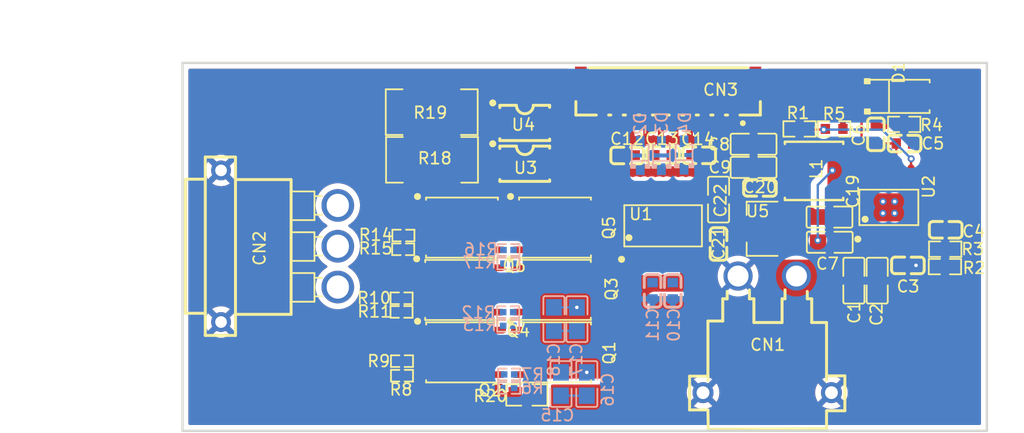
<source format=kicad_pcb>
(kicad_pcb (version 20240108) (generator "pcbnew") (generator_version "8.0")
  (layers (0 "F.Cu" signal) (31 "B.Cu" signal) (34 "B.Paste" user) (35 "F.Paste" user) (36 "B.SilkS" user "B.Silkscreen") (37 "F.SilkS" user "F.Silkscreen") (38 "B.Mask" user) (39 "F.Mask" user) (44 "Edge.Cuts" user))
  (net 0 "")
  (net 1 "GND")
  (net 2 "+12V")
  (net 3 "Net-(U2-SS)")
  (net 4 "Net-(U2-COMP)")
  (net 5 "Net-(C5-Pad1)")
  (net 6 "Net-(D1-K)")
  (net 7 "Net-(U2-BOOT)")
  (net 8 "+5V")
  (net 9 "Net-(U1-VCC)")
  (net 10 "Net-(D2-K)")
  (net 11 "Net-(D3-K)")
  (net 12 "M0_OUT3")
  (net 13 "Net-(D4-K)")
  (net 14 "PGND")
  (net 15 "M0_OUT2_N")
  (net 16 "M0_OUT1_N")
  (net 17 "M0_OUT1_P")
  (net 18 "Net-(Q1-G)")
  (net 19 "M0_OUT2_P")
  (net 20 "Net-(Q2-G)")
  (net 21 "Net-(Q3-G)")
  (net 22 "M0_GH1")
  (net 23 "Net-(Q4-G)")
  (net 24 "Net-(Q5-G)")
  (net 25 "M0_GL1")
  (net 26 "Net-(Q6-G)")
  (net 27 "Net-(U2-VSENSE)")
  (net 28 "Net-(U2-EN)")
  (net 29 "M0_GL2")
  (net 30 "M0_GH2")
  (net 31 "M0_GL3")
  (net 32 "M0_GH3")
  (net 33 "M0_IN2")
  (net 34 "M0_IN1")
  (net 35 "M0_IN3")
  (net 36 "M0_OUT1_CS")
  (net 37 "M0_OUT2_CS")
  (net 38 "+3.3V")
  (footprint "BLDC_Drive_Tsfoc:R0402" (layer "F.Cu") (at 40.387 44.6025 180)
    (property "Reference" "R8" (at -0.993 -1.19 0) (layer "F.SilkS") (effects (justify right)))
    (property "Value" "2.2")
    (pad "1" smd rect (at -0.433 0 180) (size 0.566 0.54) (layers "F.Cu" "F.Paste" "F.Mask") (net 25 "M0_GL1"))
    (pad "2" smd rect (at 0.433 0 180) (size 0.566 0.54) (layers "F.Cu" "F.Paste" "F.Mask") (net 20 "Net-(Q2-G)"))
  )
  (footprint "BLDC_Drive_Tsfoc:RU3089M-C" (layer "F.Cu") (at 53.494 42.6025 -90)
    (property "Reference" "Q1" (at -1.05 -4.646 90) (layer "F.SilkS") (effects (justify right)))
    (property "Value" "RU3089M-C")
    (pad "1" smd oval (at -1.905 2.97 270) (size 0.574 1.6) (layers "F.Cu" "F.Paste" "F.Mask") (net 17 "M0_OUT1_P"))
    (pad "2" smd oval (at -0.635 2.97 270) (size 0.574 1.6) (layers "F.Cu" "F.Paste" "F.Mask") (net 17 "M0_OUT1_P"))
    (pad "3" smd oval (at 0.635 2.97 270) (size 0.574 1.6) (layers "F.Cu" "F.Paste" "F.Mask") (net 17 "M0_OUT1_P"))
    (pad "4" smd oval (at 1.905 2.97 270) (size 0.574 1.6) (layers "F.Cu" "F.Paste" "F.Mask") (net 18 "Net-(Q1-G)"))
    (pad "5" smd oval (at 1.905 -2.97 270) (size 0.574 1.6) (layers "F.Cu" "F.Paste" "F.Mask") (net 2 "+12V"))
    (pad "6" smd oval (at 0.635 -2.97 270) (size 0.574 1.6) (layers "F.Cu" "F.Paste" "F.Mask") (net 2 "+12V"))
    (pad "7" smd oval (at -0.635 -2.97 270) (size 0.574 1.6) (layers "F.Cu" "F.Paste" "F.Mask") (net 2 "+12V"))
    (pad "8" smd oval (at -1.905 -2.97 270) (size 0.574 1.6) (layers "F.Cu" "F.Paste" "F.Mask") (net 2 "+12V"))
    (pad "9" smd rect (at 0 -0.788 270) (size 4.2 3.58) (layers "F.Cu" "F.Paste" "F.Mask") (net 2 "+12V"))
  )
  (footprint "BLDC_Drive_Tsfoc:R2512" (layer "F.Cu") (at 42.958 26.09)
    (property "Reference" "R18" (at -1.314 -0.13 0) (layer "F.SilkS") (effects (justify left)))
    (property "Value" "10mr")
    (pad "1" smd rect (at -3.066 0) (size 1.283 3.456) (layers "F.Cu" "F.Paste" "F.Mask") (net 17 "M0_OUT1_P"))
    (pad "2" smd rect (at 3.066 0) (size 1.283 3.456) (layers "F.Cu" "F.Paste" "F.Mask") (net 16 "M0_OUT1_N"))
  )
  (footprint "BLDC_Drive_Tsfoc:C0805" (layer "F.Cu") (at 77.024 33.16)
    (property "Reference" "C7" (at -1.274 1.84 0) (layer "F.SilkS") (effects (justify left)))
    (property "Value" "100nf")
    (pad "1" smd rect (at -1 0) (size 1.41 1.35) (layers "F.Cu" "F.Paste" "F.Mask") (net 6 "Net-(D1-K)"))
    (pad "2" smd rect (at 1 0) (size 1.41 1.35) (layers "F.Cu" "F.Paste" "F.Mask") (net 7 "Net-(U2-BOOT)"))
  )
  (footprint "BLDC_Drive_Tsfoc:C0603" (layer "F.Cu") (at 80.974 23.91 -90)
    (property "Reference" "C6" (at -1.02 1.47 90) (layer "F.SilkS") (effects (justify right)))
    (property "Value" "10pf")
    (pad "1" smd rect (at -0.7 0 270) (size 0.8 0.9) (layers "F.Cu" "F.Paste" "F.Mask") (net 1 "GND"))
    (pad "2" smd rect (at 0.7 0 270) (size 0.8 0.9) (layers "F.Cu" "F.Paste" "F.Mask") (net 4 "Net-(U2-COMP)"))
  )
  (footprint "BLDC_Drive_Tsfoc:R0603" (layer "F.Cu") (at 86.913 33.75 180)
    (property "Reference" "R3" (at -3.433 0 0) (layer "F.SilkS") (effects (justify right)))
    (property "Value" "68k")
    (pad "1" smd rect (at -0.753 0 180) (size 0.806 0.864) (layers "F.Cu" "F.Paste" "F.Mask") (net 1 "GND"))
    (pad "2" smd rect (at 0.753 0 180) (size 0.806 0.864) (layers "F.Cu" "F.Paste" "F.Mask") (net 28 "Net-(U2-EN)"))
  )
  (footprint "BLDC_Drive_Tsfoc:R0603" (layer "F.Cu") (at 77.4 23.44 180)
    (property "Reference" "R5" (at -1.067 1.29 0) (layer "F.SilkS") (effects (justify right)))
    (property "Value" "1.87k")
    (pad "1" smd rect (at -0.753 0 180) (size 0.806 0.864) (layers "F.Cu" "F.Paste" "F.Mask") (net 1 "GND"))
    (pad "2" smd rect (at 0.753 0 180) (size 0.806 0.864) (layers "F.Cu" "F.Paste" "F.Mask") (net 27 "Net-(U2-VSENSE)"))
  )
  (footprint "BLDC_Drive_Tsfoc:RU3089M-C" (layer "F.Cu") (at 45.452 37.25 -90)
    (property "Reference" "Q4" (at 3.5025 -3.8 0) (layer "F.SilkS") (effects (justify left)))
    (property "Value" "RU3089M-C")
    (pad "1" smd oval (at -1.905 2.97 270) (size 0.574 1.6) (layers "F.Cu" "F.Paste" "F.Mask") (net 14 "PGND"))
    (pad "2" smd oval (at -0.635 2.97 270) (size 0.574 1.6) (layers "F.Cu" "F.Paste" "F.Mask") (net 14 "PGND"))
    (pad "3" smd oval (at 0.635 2.97 270) (size 0.574 1.6) (layers "F.Cu" "F.Paste" "F.Mask") (net 14 "PGND"))
    (pad "4" smd oval (at 1.905 2.97 270) (size 0.574 1.6) (layers "F.Cu" "F.Paste" "F.Mask") (net 23 "Net-(Q4-G)"))
    (pad "5" smd oval (at 1.905 -2.97 270) (size 0.574 1.6) (layers "F.Cu" "F.Paste" "F.Mask") (net 19 "M0_OUT2_P"))
    (pad "6" smd oval (at 0.635 -2.97 270) (size 0.574 1.6) (layers "F.Cu" "F.Paste" "F.Mask") (net 19 "M0_OUT2_P"))
    (pad "7" smd oval (at -0.635 -2.97 270) (size 0.574 1.6) (layers "F.Cu" "F.Paste" "F.Mask") (net 19 "M0_OUT2_P"))
    (pad "8" smd oval (at -1.905 -2.97 270) (size 0.574 1.6) (layers "F.Cu" "F.Paste" "F.Mask") (net 19 "M0_OUT2_P"))
    (pad "9" smd rect (at 0 -0.788 270) (size 4.2 3.58) (layers "F.Cu" "F.Paste" "F.Mask") (net 19 "M0_OUT2_P"))
  )
  (footprint "BLDC_Drive_Tsfoc:C0603" (layer "F.Cu") (at 83.424 24.69 180)
    (property "Reference" "C5" (at -3.51 0 0) (layer "F.SilkS") (effects (justify right)))
    (property "Value" "1.2nf")
    (pad "1" smd rect (at -0.7 0 180) (size 0.8 0.9) (layers "F.Cu" "F.Paste" "F.Mask") (net 5 "Net-(C5-Pad1)"))
    (pad "2" smd rect (at 0.7 0 180) (size 0.8 0.9) (layers "F.Cu" "F.Paste" "F.Mask") (net 4 "Net-(U2-COMP)"))
  )
  (footprint "BLDC_Drive_Tsfoc:C0603" (layer "F.Cu") (at 71.05 28.5)
    (property "Reference" "C20" (at -1.55 -0.071 0) (layer "F.SilkS") (effects (justify left)))
    (property "Value" "100nf")
    (pad "1" smd rect (at -0.7 0) (size 0.8 0.9) (layers "F.Cu" "F.Paste" "F.Mask") (net 1 "GND"))
    (pad "2" smd rect (at 0.7 0) (size 0.8 0.9) (layers "F.Cu" "F.Paste" "F.Mask") (net 8 "+5V"))
  )
  (footprint "BLDC_Drive_Tsfoc:R0402" (layer "F.Cu") (at 40.353 37.9625 180)
    (property "Reference" "R10" (at 0.813 0.02 0) (layer "F.SilkS") (effects (justify right)))
    (property "Value" "10k")
    (pad "1" smd rect (at -0.433 0 180) (size 0.566 0.54) (layers "F.Cu" "F.Paste" "F.Mask") (net 23 "Net-(Q4-G)"))
    (pad "2" smd rect (at 0.433 0 180) (size 0.566 0.54) (layers "F.Cu" "F.Paste" "F.Mask") (net 14 "PGND"))
  )
  (footprint "BLDC_Drive_Tsfoc:EG2134" (layer "F.Cu") (at 62.75 31.75)
    (property "Reference" "U1" (at -3 -1 0) (layer "F.SilkS") (effects (justify left)))
    (property "Value" "EG2134_N")
    (pad "1" smd oval (at -2.925 2.871) (size 0.364 1.742) (layers "F.Cu" "F.Paste" "F.Mask") (net 34 "M0_IN1"))
    (pad "2" smd oval (at -2.275 2.871) (size 0.364 1.742) (layers "F.Cu" "F.Paste" "F.Mask") (net 33 "M0_IN2"))
    (pad "3" smd oval (at -1.625 2.871) (size 0.364 1.742) (layers "F.Cu" "F.Paste" "F.Mask") (net 35 "M0_IN3"))
    (pad "4" smd oval (at -0.975 2.871) (size 0.364 1.742) (layers "F.Cu" "F.Paste" "F.Mask") (net 34 "M0_IN1"))
    (pad "5" smd oval (at -0.325 2.871) (size 0.364 1.742) (layers "F.Cu" "F.Paste" "F.Mask") (net 33 "M0_IN2"))
    (pad "6" smd oval (at 0.325 2.871) (size 0.364 1.742) (layers "F.Cu" "F.Paste" "F.Mask") (net 35 "M0_IN3"))
    (pad "7" smd oval (at 0.975 2.871) (size 0.364 1.742) (layers "F.Cu" "F.Paste" "F.Mask") (net 9 "Net-(U1-VCC)"))
    (pad "8" smd oval (at 1.625 2.871) (size 0.364 1.742) (layers "F.Cu" "F.Paste" "F.Mask") (net 1 "GND"))
    (pad "9" smd oval (at 2.275 2.871) (size 0.364 1.742) (layers "F.Cu" "F.Paste" "F.Mask") (net 31 "M0_GL3"))
    (pad "10" smd oval (at 2.925 2.871) (size 0.364 1.742) (layers "F.Cu" "F.Paste" "F.Mask") (net 29 "M0_GL2"))
    (pad "11" smd oval (at 2.925 -2.871) (size 0.364 1.742) (layers "F.Cu" "F.Paste" "F.Mask") (net 25 "M0_GL1"))
    (pad "12" smd oval (at 2.275 -2.871) (size 0.364 1.742) (layers "F.Cu" "F.Paste" "F.Mask") (net 12 "M0_OUT3"))
    (pad "13" smd oval (at 1.625 -2.871) (size 0.364 1.742) (layers "F.Cu" "F.Paste" "F.Mask") (net 32 "M0_GH3"))
    (pad "14" smd oval (at 0.975 -2.871) (size 0.364 1.742) (layers "F.Cu" "F.Paste" "F.Mask") (net 13 "Net-(D4-K)"))
    (pad "15" smd oval (at 0.325 -2.871) (size 0.364 1.742) (layers "F.Cu" "F.Paste" "F.Mask") (net 19 "M0_OUT2_P"))
    (pad "16" smd oval (at -0.325 -2.871) (size 0.364 1.742) (layers "F.Cu" "F.Paste" "F.Mask") (net 30 "M0_GH2"))
    (pad "17" smd oval (at -0.975 -2.871) (size 0.364 1.742) (layers "F.Cu" "F.Paste" "F.Mask") (net 11 "Net-(D3-K)"))
    (pad "18" smd oval (at -1.625 -2.871) (size 0.364 1.742) (layers "F.Cu" "F.Paste" "F.Mask") (net 17 "M0_OUT1_P"))
    (pad "19" smd oval (at -2.275 -2.871) (size 0.364 1.742) (layers "F.Cu" "F.Paste" "F.Mask") (net 22 "M0_GH1"))
    (pad "20" smd oval (at -2.925 -2.871) (size 0.364 1.742) (layers "F.Cu" "F.Paste" "F.Mask") (net 10 "Net-(D2-K)"))
  )
  (footprint "BLDC_Drive_Tsfoc:R0402" (layer "F.Cu") (at 40.347 39.1325)
    (property "Reference" "R11" (at -3.877 -0.03 0) (layer "F.SilkS") (effects (justify left)))
    (property "Value" "2.2")
    (pad "1" smd rect (at -0.433 0) (size 0.566 0.54) (layers "F.Cu" "F.Paste" "F.Mask") (net 29 "M0_GL2"))
    (pad "2" smd rect (at 0.433 0) (size 0.566 0.54) (layers "F.Cu" "F.Paste" "F.Mask") (net 23 "Net-(Q4-G)"))
  )
  (footprint "BLDC_Drive_Tsfoc:R0402" (layer "F.Cu") (at 40.49 33.7625)
    (property "Reference" "R15" (at -3.917 -0.07 0) (layer "F.SilkS") (effects (justify left)))
    (property "Value" "2.2")
    (pad "1" smd rect (at -0.433 0) (size 0.566 0.54) (layers "F.Cu" "F.Paste" "F.Mask") (net 31 "M0_GL3"))
    (pad "2" smd rect (at 0.433 0) (size 0.566 0.54) (layers "F.Cu" "F.Paste" "F.Mask") (net 26 "Net-(Q6-G)"))
  )
  (footprint "BLDC_Drive_Tsfoc:SWPA5040S6R8MT" (layer "F.Cu") (at 75.68 27.04 180)
    (property "Reference" "L1" (at -0.2 1.15 90) (layer "F.SilkS") (effects (justify right)))
    (property "Value" "SWPA5040S6R8M")
    (pad "1" smd rect (at -1.85 0 180) (size 1.4 4.2) (layers "F.Cu" "F.Paste" "F.Mask") (net 6 "Net-(D1-K)"))
    (pad "2" smd rect (at 1.85 0 180) (size 1.4 4.2) (layers "F.Cu" "F.Paste" "F.Mask") (net 8 "+5V"))
  )
  (footprint "BLDC_Drive_Tsfoc:C0805" (layer "F.Cu") (at 70.5 26.74)
    (property "Reference" "C9" (at -3.96 -0.01 0) (layer "F.SilkS") (effects (justify left)))
    (property "Value" "10uf")
    (pad "1" smd rect (at -1 0) (size 1.41 1.35) (layers "F.Cu" "F.Paste" "F.Mask") (net 1 "GND"))
    (pad "2" smd rect (at 1 0) (size 1.41 1.35) (layers "F.Cu" "F.Paste" "F.Mask") (net 8 "+5V"))
  )
  (footprint "BLDC_Drive_Tsfoc:C0603" (layer "F.Cu") (at 59.665 25.719 180)
    (property "Reference" "C12" (at -1.55 1.43 0) (layer "F.SilkS") (effects (justify right)))
    (property "Value" "100nf")
    (pad "1" smd rect (at -0.7 0 180) (size 0.8 0.9) (layers "F.Cu" "F.Paste" "F.Mask") (net 17 "M0_OUT1_P"))
    (pad "2" smd rect (at 0.7 0 180) (size 0.8 0.9) (layers "F.Cu" "F.Paste" "F.Mask") (net 10 "Net-(D2-K)"))
  )
  (footprint "BLDC_Drive_Tsfoc:C0603" (layer "F.Cu") (at 65.835 25.699 180)
    (property "Reference" "C14" (at -1.45 1.39 0) (layer "F.SilkS") (effects (justify right)))
    (property "Value" "100nf")
    (pad "1" smd rect (at -0.7 0 180) (size 0.8 0.9) (layers "F.Cu" "F.Paste" "F.Mask") (net 12 "M0_OUT3"))
    (pad "2" smd rect (at 0.7 0 180) (size 0.8 0.9) (layers "F.Cu" "F.Paste" "F.Mask") (net 13 "Net-(D4-K)"))
  )
  (footprint "BLDC_Drive_Tsfoc:R0402" (layer "F.Cu") (at 40.506 32.5825 180)
    (property "Reference" "R14" (at 0.813 0.06 0) (layer "F.SilkS") (effects (justify right)))
    (property "Value" "10k")
    (pad "1" smd rect (at -0.433 0 180) (size 0.566 0.54) (layers "F.Cu" "F.Paste" "F.Mask") (net 26 "Net-(Q6-G)"))
    (pad "2" smd rect (at 0.433 0 180) (size 0.566 0.54) (layers "F.Cu" "F.Paste" "F.Mask") (net 14 "PGND"))
  )
  (footprint "BLDC_Drive_Tsfoc:RU3089M-C" (layer "F.Cu") (at 53.482 37.2425 -90)
    (property "Reference" "Q3" (at -1.1675 -4.85 90) (layer "F.SilkS") (effects (justify right)))
    (property "Value" "RU3089M-C")
    (pad "1" smd oval (at -1.905 2.97 270) (size 0.574 1.6) (layers "F.Cu" "F.Paste" "F.Mask") (net 19 "M0_OUT2_P"))
    (pad "2" smd oval (at -0.635 2.97 270) (size 0.574 1.6) (layers "F.Cu" "F.Paste" "F.Mask") (net 19 "M0_OUT2_P"))
    (pad "3" smd oval (at 0.635 2.97 270) (size 0.574 1.6) (layers "F.Cu" "F.Paste" "F.Mask") (net 19 "M0_OUT2_P"))
    (pad "4" smd oval (at 1.905 2.97 270) (size 0.574 1.6) (layers "F.Cu" "F.Paste" "F.Mask") (net 21 "Net-(Q3-G)"))
    (pad "5" smd oval (at 1.905 -2.97 270) (size 0.574 1.6) (layers "F.Cu" "F.Paste" "F.Mask") (net 2 "+12V"))
    (pad "6" smd oval (at 0.635 -2.97 270) (size 0.574 1.6) (layers "F.Cu" "F.Paste" "F.Mask") (net 2 "+12V"))
    (pad "7" smd oval (at -0.635 -2.97 270) (size 0.574 1.6) (layers "F.Cu" "F.Paste" "F.Mask") (net 2 "+12V"))
    (pad "8" smd oval (at -1.905 -2.97 270) (size 0.574 1.6) (layers "F.Cu" "F.Paste" "F.Mask") (net 2 "+12V"))
    (pad "9" smd rect (at 0 -0.788 270) (size 4.2 3.58) (layers "F.Cu" "F.Paste" "F.Mask") (net 2 "+12V"))
  )
  (footprint "BLDC_Drive_Tsfoc:MR30PW-M30.G.Y" (layer "F.Cu") (at 29.8885 33.5 -90)
    (property "Reference" "CN2" (at -1.427 1.701003 90) (layer "F.SilkS") (effects (justify right)))
    (property "Value" "MR30PW-M30.G.Y")
    (pad "1" thru_hole circle (at -3.5 -5 90) (size 2.8 2.8) (drill oval 1.995 1.9) (layers "*.Cu" "*.Mask") (net 12 "M0_OUT3"))
    (pad "2" thru_hole circle (at 0 -5 90) (size 2.8 2.8) (drill oval 1.995 1.9) (layers "*.Cu" "*.Mask") (net 15 "M0_OUT2_N"))
    (pad "3" thru_hole circle (at 3.5 -5 90) (size 2.8 2.8) (drill oval 1.995 1.9) (layers "*.Cu" "*.Mask") (net 16 "M0_OUT1_N"))
    (pad "4" thru_hole circle (at 6.5 5 90) (size 1.7 1.7) (drill 1) (layers "*.Cu" "*.Mask") (net 1 "GND"))
    (pad "5" thru_hole circle (at -6.5 5 90) (size 1.7 1.7) (drill 1) (layers "*.Cu" "*.Mask") (net 1 "GND"))
  )
  (footprint "BLDC_Drive_Tsfoc:INA240A2PW" (layer "F.Cu") (at 50.874 26.45 180)
    (property "Reference" "U3" (at -1.2 -0.33 0) (layer "F.SilkS") (effects (justify right)))
    (property "Value" "INA240A2PW")
    (pad "1" smd oval (at 2.9 0.975 90) (size 0.4 1.5) (layers "F.Cu" "F.Paste" "F.Mask"))
    (pad "2" smd oval (at 2.9 0.325 90) (size 0.4 1.5) (layers "F.Cu" "F.Paste" "F.Mask") (net 16 "M0_OUT1_N"))
    (pad "3" smd oval (at 2.9 -0.325 90) (size 0.4 1.5) (layers "F.Cu" "F.Paste" "F.Mask") (net 17 "M0_OUT1_P"))
    (pad "4" smd oval (at 2.9 -0.975 90) (size 0.4 1.5) (layers "F.Cu" "F.Paste" "F.Mask") (net 1 "GND"))
    (pad "5" smd oval (at -2.9 -0.975 90) (size 0.4 1.5) (layers "F.Cu" "F.Paste" "F.Mask") (net 38 "+3.3V"))
    (pad "6" smd oval (at -2.9 -0.325 90) (size 0.4 1.5) (layers "F.Cu" "F.Paste" "F.Mask") (net 38 "+3.3V"))
    (pad "7" smd oval (at -2.9 0.325 90) (size 0.4 1.5) (layers "F.Cu" "F.Paste" "F.Mask") (net 1 "GND"))
    (pad "8" smd oval (at -2.9 0.975 90) (size 0.4 1.5) (layers "F.Cu" "F.Paste" "F.Mask") (net 36 "M0_OUT1_CS"))
  )
  (footprint "BLDC_Drive_Tsfoc:C0603" (layer "F.Cu") (at 62.745 25.699 180)
    (property "Reference" "C13" (at -1.46 1.41 0) (layer "F.SilkS") (effects (justify right)))
    (property "Value" "100nf")
    (pad "1" smd rect (at -0.7 0 180) (size 0.8 0.9) (layers "F.Cu" "F.Paste" "F.Mask") (net 19 "M0_OUT2_P"))
    (pad "2" smd rect (at 0.7 0 180) (size 0.8 0.9) (layers "F.Cu" "F.Paste" "F.Mask") (net 11 "Net-(D3-K)"))
  )
  (footprint "BLDC_Drive_Tsfoc:R0603" (layer "F.Cu") (at 74.437 23.44 180)
    (property "Reference" "R1" (at -0.937 1.36 0) (layer "F.SilkS") (effects (justify right)))
    (property "Value" "10k")
    (pad "1" smd rect (at -0.753 0 180) (size 0.806 0.864) (layers "F.Cu" "F.Paste" "F.Mask") (net 27 "Net-(U2-VSENSE)"))
    (pad "2" smd rect (at 0.753 0 180) (size 0.806 0.864) (layers "F.Cu" "F.Paste" "F.Mask") (net 8 "+5V"))
  )
  (footprint "BLDC_Drive_Tsfoc:C0603" (layer "F.Cu") (at 86.946 32.09 180)
    (property "Reference" "C4" (at -3.49 -0.14 0) (layer "F.SilkS") (effects (justify right)))
    (property "Value" "8.2nf")
    (pad "1" smd rect (at -0.7 0 180) (size 0.8 0.9) (layers "F.Cu" "F.Paste" "F.Mask") (net 1 "GND"))
    (pad "2" smd rect (at 0.7 0 180) (size 0.8 0.9) (layers "F.Cu" "F.Paste" "F.Mask") (net 3 "Net-(U2-SS)"))
  )
  (footprint "BLDC_Drive_Tsfoc:INA240A2PW" (layer "F.Cu") (at 50.874 22.95 180)
    (property "Reference" "U4" (at -1.01 -0.13 0) (layer "F.SilkS") (effects (justify right)))
    (property "Value" "INA240A2PW")
    (pad "1" smd oval (at 2.9 0.975 90) (size 0.4 1.5) (layers "F.Cu" "F.Paste" "F.Mask"))
    (pad "2" smd oval (at 2.9 0.325 90) (size 0.4 1.5) (layers "F.Cu" "F.Paste" "F.Mask") (net 15 "M0_OUT2_N"))
    (pad "3" smd oval (at 2.9 -0.325 90) (size 0.4 1.5) (layers "F.Cu" "F.Paste" "F.Mask") (net 19 "M0_OUT2_P"))
    (pad "4" smd oval (at 2.9 -0.975 90) (size 0.4 1.5) (layers "F.Cu" "F.Paste" "F.Mask") (net 1 "GND"))
    (pad "5" smd oval (at -2.9 -0.975 90) (size 0.4 1.5) (layers "F.Cu" "F.Paste" "F.Mask") (net 38 "+3.3V"))
    (pad "6" smd oval (at -2.9 -0.325 90) (size 0.4 1.5) (layers "F.Cu" "F.Paste" "F.Mask") (net 38 "+3.3V"))
    (pad "7" smd oval (at -2.9 0.325 90) (size 0.4 1.5) (layers "F.Cu" "F.Paste" "F.Mask") (net 1 "GND"))
    (pad "8" smd oval (at -2.9 0.975 90) (size 0.4 1.5) (layers "F.Cu" "F.Paste" "F.Mask") (net 37 "M0_OUT2_CS"))
  )
  (footprint "BLDC_Drive_Tsfoc:R2512" (layer "F.Cu") (at 42.934 22 180)
    (property "Reference" "R19" (at -1.43 -0.05 0) (layer "F.SilkS") (effects (justify right)))
    (property "Value" "10mr")
    (pad "1" smd rect (at -3.066 0 180) (size 1.283 3.456) (layers "F.Cu" "F.Paste" "F.Mask") (net 19 "M0_OUT2_P"))
    (pad "2" smd rect (at 3.066 0 180) (size 1.283 3.456) (layers "F.Cu" "F.Paste" "F.Mask") (net 15 "M0_OUT2_N"))
  )
  (footprint "BLDC_Drive_Tsfoc:WAFER-GH1.25-10PWB" (layer "F.Cu") (at 63.18 21.1 180)
    (property "Reference" "CN3" (at -6.096 1.016 0) (layer "F.SilkS") (effects (justify right)))
    (property "Value" "WAFER-GH1.25-10PWB")
    (pad "1" smd rect (at -5.625 -1.6 180) (size 0.6 1.7) (layers "F.Cu" "F.Paste" "F.Mask") (net 1 "GND"))
    (pad "2" smd rect (at -4.375 -1.6 180) (size 0.6 1.7) (layers "F.Cu" "F.Paste" "F.Mask") (net 1 "GND"))
    (pad "3" smd rect (at -3.125 -1.6 180) (size 0.6 1.7) (layers "F.Cu" "F.Paste" "F.Mask") (net 1 "GND"))
    (pad "4" smd rect (at -1.875 -1.6 180) (size 0.6 1.7) (layers "F.Cu" "F.Paste" "F.Mask") (net 1 "GND"))
    (pad "5" smd rect (at -0.625 -1.6 180) (size 0.6 1.7) (layers "F.Cu" "F.Paste" "F.Mask") (net 1 "GND"))
    (pad "6" smd rect (at 0.625 -1.6 180) (size 0.6 1.7) (layers "F.Cu" "F.Paste" "F.Mask") (net 35 "M0_IN3"))
    (pad "7" smd rect (at 1.875 -1.6 180) (size 0.6 1.7) (layers "F.Cu" "F.Paste" "F.Mask") (net 33 "M0_IN2"))
    (pad "8" smd rect (at 3.125 -1.6 180) (size 0.6 1.7) (layers "F.Cu" "F.Paste" "F.Mask") (net 34 "M0_IN1"))
    (pad "9" smd rect (at 4.375 -1.6 180) (size 0.6 1.7) (layers "F.Cu" "F.Paste" "F.Mask") (net 37 "M0_OUT2_CS"))
    (pad "10" smd rect (at 5.625 -1.6 180) (size 0.6 1.7) (layers "F.Cu" "F.Paste" "F.Mask") (net 36 "M0_OUT1_CS"))
    (pad "11" smd rect (at 7.475 1.6 180) (size 1 2.8) (layers "F.Cu" "F.Paste" "F.Mask") (net 1 "GND"))
    (pad "12" smd rect (at -7.475 1.6 180) (size 1 2.8) (layers "F.Cu" "F.Paste" "F.Mask") (net 1 "GND"))
  )
  (footprint "BLDC_Drive_Tsfoc:C0805" (layer "F.Cu") (at 70.5 24.75)
    (property "Reference" "C8" (at -4.06 0.02 0) (layer "F.SilkS") (effects (justify left)))
    (property "Value" "10uf")
    (pad "1" smd rect (at -1 0) (size 1.41 1.35) (layers "F.Cu" "F.Paste" "F.Mask") (net 1 "GND"))
    (pad "2" smd rect (at 1 0) (size 1.41 1.35) (layers "F.Cu" "F.Paste" "F.Mask") (net 8 "+5V"))
  )
  (footprint "BLDC_Drive_Tsfoc:C0805" (layer "F.Cu") (at 81.09 36.45 90)
    (property "Reference" "C2" (at -3.99 -0.06 90) (layer "F.SilkS") (effects (justify left)))
    (property "Value" "4.7uf")
    (pad "1" smd rect (at -1 0 90) (size 1.41 1.35) (layers "F.Cu" "F.Paste" "F.Mask") (net 1 "GND"))
    (pad "2" smd rect (at 1 0 90) (size 1.41 1.35) (layers "F.Cu" "F.Paste" "F.Mask") (net 2 "+12V"))
  )
  (footprint "BLDC_Drive_Tsfoc:R0402" (layer "F.Cu") (at 40.387 43.3525)
    (property "Reference" "R9" (at -3.067 0 0) (layer "F.SilkS") (effects (justify left)))
    (property "Value" "10k")
    (pad "1" smd rect (at -0.433 0) (size 0.566 0.54) (layers "F.Cu" "F.Paste" "F.Mask") (net 20 "Net-(Q2-G)"))
    (pad "2" smd rect (at 0.433 0) (size 0.566 0.54) (layers "F.Cu" "F.Paste" "F.Mask") (net 14 "PGND"))
  )
  (footprint "BLDC_Drive_Tsfoc:RU3089M-C" (layer "F.Cu") (at 53.493 31.9 -90)
    (property "Reference" "Q5" (at -1.0775 -4.62 90) (layer "F.SilkS") (effects (justify right)))
    (property "Value" "RU3089M-C")
    (pad "1" smd oval (at -1.905 2.97 270) (size 0.574 1.6) (layers "F.Cu" "F.Paste" "F.Mask") (net 12 "M0_OUT3"))
    (pad "2" smd oval (at -0.635 2.97 270) (size 0.574 1.6) (layers "F.Cu" "F.Paste" "F.Mask") (net 12 "M0_OUT3"))
    (pad "3" smd oval (at 0.635 2.97 270) (size 0.574 1.6) (layers "F.Cu" "F.Paste" "F.Mask") (net 12 "M0_OUT3"))
    (pad "4" smd oval (at 1.905 2.97 270) (size 0.574 1.6) (layers "F.Cu" "F.Paste" "F.Mask") (net 24 "Net-(Q5-G)"))
    (pad "5" smd oval (at 1.905 -2.97 270) (size 0.574 1.6) (layers "F.Cu" "F.Paste" "F.Mask") (net 2 "+12V"))
    (pad "6" smd oval (at 0.635 -2.97 270) (size 0.574 1.6) (layers "F.Cu" "F.Paste" "F.Mask") (net 2 "+12V"))
    (pad "7" smd oval (at -0.635 -2.97 270) (size 0.574 1.6) (layers "F.Cu" "F.Paste" "F.Mask") (net 2 "+12V"))
    (pad "8" smd oval (at -1.905 -2.97 270) (size 0.574 1.6) (layers "F.Cu" "F.Paste" "F.Mask") (net 2 "+12V"))
    (pad "9" smd rect (at 0 -0.788 270) (size 4.2 3.58) (layers "F.Cu" "F.Paste" "F.Mask") (net 2 "+12V"))
  )
  (footprint "BLDC_Drive_Tsfoc:XT30PW-M30.G.Y" (layer "F.Cu") (at 71.67 41.0565)
    (property "Reference" "CN1" (at -1.56 0.8935 0) (layer "F.SilkS") (effects (justify left)))
    (property "Value" "XT30PW-M")
    (pad "1" thru_hole circle (at -2.5 -5) (size 2.5 2.5) (drill 1.8) (layers "*.Cu" "*.Mask") (net 1 "GND"))
    (pad "2" thru_hole circle (at 2.5 -5) (size 2.5 2.5) (drill 1.8) (layers "*.Cu" "*.Mask") (net 2 "+12V"))
    (pad "3" thru_hole circle (at 5.5 5) (size 1.8 1.8) (drill 1.1) (layers "*.Cu" "*.Mask") (net 1 "GND"))
    (pad "4" thru_hole circle (at -5.5 5) (size 1.8 1.8) (drill 1.1) (layers "*.Cu" "*.Mask") (net 1 "GND"))
  )
  (footprint "BLDC_Drive_Tsfoc:R0603" (layer "F.Cu") (at 83.401 23.05)
    (property "Reference" "R4" (at 1.263 0.06 0) (layer "F.SilkS") (effects (justify left)))
    (property "Value" "30k")
    (pad "1" smd rect (at -0.753 0) (size 0.806 0.864) (layers "F.Cu" "F.Paste" "F.Mask") (net 1 "GND"))
    (pad "2" smd rect (at 0.753 0) (size 0.806 0.864) (layers "F.Cu" "F.Paste" "F.Mask") (net 5 "Net-(C5-Pad1)"))
  )
  (footprint "BLDC_Drive_Tsfoc:RU3089M-C" (layer "F.Cu") (at 45.532 42.6025 -90)
    (property "Reference" "Q2" (at 3.25 -3.5 0) (layer "F.SilkS") (effects (justify right)))
    (property "Value" "RU3089M-C")
    (pad "1" smd oval (at -1.905 2.97 270) (size 0.574 1.6) (layers "F.Cu" "F.Paste" "F.Mask") (net 14 "PGND"))
    (pad "2" smd oval (at -0.635 2.97 270) (size 0.574 1.6) (layers "F.Cu" "F.Paste" "F.Mask") (net 14 "PGND"))
    (pad "3" smd oval (at 0.635 2.97 270) (size 0.574 1.6) (layers "F.Cu" "F.Paste" "F.Mask") (net 14 "PGND"))
    (pad "4" smd oval (at 1.905 2.97 270) (size 0.574 1.6) (layers "F.Cu" "F.Paste" "F.Mask") (net 20 "Net-(Q2-G)"))
    (pad "5" smd oval (at 1.905 -2.97 270) (size 0.574 1.6) (layers "F.Cu" "F.Paste" "F.Mask") (net 17 "M0_OUT1_P"))
    (pad "6" smd oval (at 0.635 -2.97 270) (size 0.574 1.6) (layers "F.Cu" "F.Paste" "F.Mask") (net 17 "M0_OUT1_P"))
    (pad "7" smd oval (at -0.635 -2.97 270) (size 0.574 1.6) (layers "F.Cu" "F.Paste" "F.Mask") (net 17 "M0_OUT1_P"))
    (pad "8" smd oval (at -1.905 -2.97 270) (size 0.574 1.6) (layers "F.Cu" "F.Paste" "F.Mask") (net 17 "M0_OUT1_P"))
    (pad "9" smd rect (at 0 -0.788 270) (size 4.2 3.58) (layers "F.Cu" "F.Paste" "F.Mask") (net 17 "M0_OUT1_P"))
  )
  (footprint "BLDC_Drive_Tsfoc:C0805" (layer "F.Cu") (at 67.5 29.5 -90)
    (property "Reference" "C22" (at -1.477 -0.169 90) (layer "F.SilkS") (effects (justify right)))
    (property "Value" "4.7uf")
    (pad "1" smd rect (at -1 0 270) (size 1.41 1.35) (layers "F.Cu" "F.Paste" "F.Mask") (net 1 "GND"))
    (pad "2" smd rect (at 1 0 270) (size 1.41 1.35) (layers "F.Cu" "F.Paste" "F.Mask") (net 38 "+3.3V"))
  )
  (footprint "BLDC_Drive_Tsfoc:ss34" (layer "F.Cu") (at 82.984 20.65)
    (property "Reference" "D1" (at -0.06 -0.97 90) (layer "F.SilkS") (effects (justify left)))
    (property "Value" "SS34")
    (pad "1" smd rect (at -2.2 0 180) (size 2 2) (layers "F.Cu" "F.Paste" "F.Mask") (net 6 "Net-(D1-K)"))
    (pad "2" smd rect (at 2.2 0 180) (size 2 2) (layers "F.Cu" "F.Paste" "F.Mask") (net 1 "GND"))
  )
  (footprint "BLDC_Drive_Tsfoc:C0805" (layer "F.Cu") (at 79.09 36.45 90)
    (property "Reference" "C1" (at -3.8 0.03 90) (layer "F.SilkS") (effects (justify left)))
    (property "Value" "4.7uf")
    (pad "1" smd rect (at -1 0 90) (size 1.41 1.35) (layers "F.Cu" "F.Paste" "F.Mask") (net 1 "GND"))
    (pad "2" smd rect (at 1 0 90) (size 1.41 1.35) (layers "F.Cu" "F.Paste" "F.Mask") (net 2 "+12V"))
  )
  (footprint "BLDC_Drive_Tsfoc:C0805" (layer "F.Cu") (at 77 31 180)
    (property "Reference" "C19" (at -2 3.75 90) (layer "F.SilkS") (effects (justify right)))
    (property "Value" "4.7uf")
    (pad "1" smd rect (at -1 0 180) (size 1.41 1.35) (layers "F.Cu" "F.Paste" "F.Mask") (net 1 "GND"))
    (pad "2" smd rect (at 1 0 180) (size 1.41 1.35) (layers "F.Cu" "F.Paste" "F.Mask") (net 8 "+5V"))
  )
  (footprint "BLDC_Drive_Tsfoc:RU3089M-C" (layer "F.Cu") (at 45.525 31.9025 -90)
    (property "Reference" "Q6" (at 3.2935 -3.38 0) (layer "F.SilkS") (effects (justify left)))
    (property "Value" "RU3089M-C")
    (pad "1" smd oval (at -1.905 2.97 270) (size 0.574 1.6) (layers "F.Cu" "F.Paste" "F.Mask") (net 14 "PGND"))
    (pad "2" smd oval (at -0.635 2.97 270) (size 0.574 1.6) (layers "F.Cu" "F.Paste" "F.Mask") (net 14 "PGND"))
    (pad "3" smd oval (at 0.635 2.97 270) (size 0.574 1.6) (layers "F.Cu" "F.Paste" "F.Mask") (net 14 "PGND"))
    (pad "4" smd oval (at 1.905 2.97 270) (size 0.574 1.6) (layers "F.Cu" "F.Paste" "F.Mask") (net 26 "Net-(Q6-G)"))
    (pad "5" smd oval (at 1.905 -2.97 270) (size 0.574 1.6) (layers "F.Cu" "F.Paste" "F.Mask") (net 12 "M0_OUT3"))
    (pad "6" smd oval (at 0.635 -2.97 270) (size 0.574 1.6) (layers "F.Cu" "F.Paste" "F.Mask") (net 12 "M0_OUT3"))
    (pad "7" smd oval (at -0.635 -2.97 270) (size 0.574 1.6) (layers "F.Cu" "F.Paste" "F.Mask") (net 12 "M0_OUT3"))
    (pad "8" smd oval (at -1.905 -2.97 270) (size 0.574 1.6) (layers "F.Cu" "F.Paste" "F.Mask") (net 12 "M0_OUT3"))
    (pad "9" smd rect (at 0 -0.788 270) (size 4.2 3.58) (layers "F.Cu" "F.Paste" "F.Mask") (net 12 "M0_OUT3"))
  )
  (footprint "BLDC_Drive_Tsfoc:AMS11173v3-SOT-89" (layer "F.Cu") (at 71.856 32)
    (property "Reference" "U5" (at -2.106 -1.5 180) (layer "F.SilkS") (effects (justify left)))
    (property "Value" "AMS1117-3.3(SOT-89)")
    (pad "1" smd rect (at 1.356 1.5) (size 1.575 0.672) (layers "F.Cu" "F.Paste" "F.Mask") (net 1 "GND"))
    (pad "2" smd custom (at -1.356 0 90) (size 0.102 0.102) (layers "F.Cu" "F.Paste" "F.Mask") (net 38 "+3.3V") (options (clearance outline) (anchor circle)) (primitives (gr_poly (pts (xy 0.95 -0.927) (xy 0.95 0.927) (xy 0.949 0.972) (xy 0.946 1.016) (xy 0.941 1.06) (xy 0.933 1.104) (xy 0.924 1.148) (xy 0.913 1.191) (xy 0.899 1.233) (xy 0.884 1.275) (xy 0.867 1.316) (xy 0.847 1.357) (xy 0.826 1.396) (xy 0.803 1.434) (xy 0.779 1.471) (xy 0.753 1.507) (xy 0.725 1.542) (xy 0.695 1.575) (xy 0.664 1.607) (xy 0.631 1.637) (xy 0.597 1.666) (xy 0.562 1.693) (xy 0.525 1.719) (xy 0.488 1.742) (xy 0.449 1.764) (xy 0.409 1.785) (xy 0.33 1.803) (xy 0.33 3.5) (xy -0.33 3.5) (xy -0.33 1.803) (xy -0.409 1.785) (xy -0.449 1.764) (xy -0.488 1.742) (xy -0.526 1.719) (xy -0.562 1.693) (xy -0.597 1.666) (xy -0.631 1.637) (xy -0.664 1.607) (xy -0.695 1.575) (xy -0.725 1.542) (xy -0.753 1.507) (xy -0.779 1.471) (xy -0.804 1.434) (xy -0.826 1.396) (xy -0.848 1.357) (xy -0.867 1.316) (xy -0.884 1.275) (xy -0.899 1.233) (xy -0.913 1.191) (xy -0.924 1.148) (xy -0.933 1.104) (xy -0.941 1.06) (xy -0.946 1.016) (xy -0.949 0.972) (xy -0.95 0.927) (xy -0.95 -0.927) (xy -0.949 -0.971) (xy -0.946 -1.016) (xy -0.941 -1.06) (xy -0.933 -1.104) (xy -0.924 -1.148) (xy -0.913 -1.191) (xy -0.899 -1.233) (xy -0.884 -1.275) (xy -0.867 -1.316) (xy -0.848 -1.356) (xy -0.826 -1.396) (xy -0.804 -1.434) (xy -0.779 -1.471) (xy -0.753 -1.507) (xy -0.725 -1.541) (xy -0.695 -1.575) (xy -0.664 -1.607) (xy -0.631 -1.637) (xy -0.597 -1.666) (xy -0.562 -1.693) (xy -0.526 -1.718) (xy -0.488 -1.742) (xy -0.449 -1.764) (xy -0.409 -1.784) (xy -0.369 -1.803) (xy -0.327 -1.819) (xy -0.285 -1.833) (xy -0.242 -1.846) (xy -0.199 -1.856) (xy -0.155 -1.864) (xy -0.111 -1.87) (xy -0.067 -1.875) (xy -0.022 -1.877) (xy 0.022 -1.877) (xy 0.067 -1.875) (xy 0.111 -1.87) (xy 0.155 -1.864) (xy 0.199 -1.856) (xy 0.242 -1.846) (xy 0.285 -1.833) (xy 0.327 -1.819) (xy 0.369 -1.803) (xy 0.409 -1.784) (xy 0.449 -1.764) (xy 0.488 -1.742) (xy 0.525 -1.718) (xy 0.562 -1.693) (xy 0.597 -1.666) (xy 0.631 -1.637) (xy 0.664 -1.607) (xy 0.695 -1.575) (xy 0.725 -1.541) (xy 0.753 -1.507) (xy 0.779 -1.471) (xy 0.803 -1.434) (xy 0.826 -1.396) (xy 0.847 -1.356) (xy 0.867 -1.316) (xy 0.884 -1.275) (xy 0.899 -1.233) (xy 0.913 -1.191) (xy 0.924 -1.148) (xy 0.933 -1.104) (xy 0.941 -1.06) (xy 0.946 -1.016) (xy 0.949 -0.971) (xy 0.95 -0.927)) (width 0.12) (fill yes))))
    (pad "3" smd rect (at 1.356 -1.5) (size 1.575 0.672) (layers "F.Cu" "F.Paste" "F.Mask") (net 8 "+5V"))
  )
  (footprint "BLDC_Drive_Tsfoc:R0805" (layer "F.Cu") (at 48.81 44.9825)
    (property "Reference" "R20" (at -2.4 1.36 0) (layer "F.SilkS") (effects (justify left)))
    (property "Value" "0")
    (pad "1" smd rect (at 1.27 1.27) (size 1.133 1.377) (layers "F.Cu" "F.Paste" "F.Mask") (net 1 "GND"))
    (pad "2" smd rect (at 3.27 1.27) (size 1.133 1.377) (layers "F.Cu" "F.Paste" "F.Mask") (net 14 "PGND"))
  )
  (footprint "BLDC_Drive_Tsfoc:C0603" (layer "F.Cu") (at 83.71 35.14 180)
    (property "Reference" "C3" (at -1.1 -1.81 0) (layer "F.SilkS") (effects (justify right)))
    (property "Value" "100nf")
    (pad "1" smd rect (at -0.7 0 180) (size 0.8 0.9) (layers "F.Cu" "F.Paste" "F.Mask") (net 1 "GND"))
    (pad "2" smd rect (at 0.7 0 180) (size 0.8 0.9) (layers "F.Cu" "F.Paste" "F.Mask") (net 2 "+12V"))
  )
  (footprint "BLDC_Drive_Tsfoc:tps54331" (layer "F.Cu") (at 82.084 30.17)
    (property "Reference" "U2" (at 3.416 -0.67 90) (layer "F.SilkS") (effects (justify left)))
    (property "Value" "TPS54331DDAR")
    (pad "" thru_hole circle (at -0.5 -0.5) (size 0.61 0.61) (drill 0.304) (layers "*.Cu" "*.Mask"))
    (pad "" thru_hole circle (at -0.5 0.5) (size 0.61 0.61) (drill 0.304) (layers "*.Cu" "*.Mask"))
    (pad "" thru_hole circle (at 0.5 -0.5) (size 0.61 0.61) (drill 0.304) (layers "*.Cu" "*.Mask"))
    (pad "" thru_hole circle (at 0.5 0.5) (size 0.61 0.61) (drill 0.304) (layers "*.Cu" "*.Mask"))
    (pad "1" smd oval (at -1.905 2.721) (size 0.602 1.941) (layers "F.Cu" "F.Paste" "F.Mask") (net 7 "Net-(U2-BOOT)"))
    (pad "2" smd oval (at -0.635 2.721) (size 0.602 1.941) (layers "F.Cu" "F.Paste" "F.Mask") (net 2 "+12V"))
    (pad "3" smd oval (at 0.635 2.721) (size 0.602 1.941) (layers "F.Cu" "F.Paste" "F.Mask") (net 28 "Net-(U2-EN)"))
    (pad "4" smd oval (at 1.905 2.721) (size 0.602 1.941) (layers "F.Cu" "F.Paste" "F.Mask") (net 3 "Net-(U2-SS)"))
    (pad "5" smd oval (at 1.905 -2.721) (size 0.602 1.941) (layers "F.Cu" "F.Paste" "F.Mask") (net 27 "Net-(U2-VSENSE)"))
    (pad "6" smd oval (at 0.635 -2.721) (size 0.602 1.941) (layers "F.Cu" "F.Paste" "F.Mask") (net 4 "Net-(U2-COMP)"))
    (pad "7" smd oval (at -0.635 -2.721) (size 0.602 1.941) (layers "F.Cu" "F.Paste" "F.Mask") (net 1 "GND"))
    (pad "8" smd oval (at -1.905 -2.721) (size 0.602 1.941) (layers "F.Cu" "F.Paste" "F.Mask") (net 6 "Net-(D1-K)"))
    (pad "9" smd rect (at 0 0) (size 3.098 2.41) (layers "F.Cu" "F.Paste" "F.Mask") (net 1 "GND"))
  )
  (footprint "BLDC_Drive_Tsfoc:C0603" (layer "F.Cu") (at 67.5 33.3 90)
    (property "Reference" "C21" (at -1.5 0 90) (layer "F.SilkS") (effects (justify left)))
    (property "Value" "100nf")
    (pad "1" smd rect (at -0.7 0 90) (size 0.8 0.9) (layers "F.Cu" "F.Paste" "F.Mask") (net 1 "GND"))
    (pad "2" smd rect (at 0.7 0 90) (size 0.8 0.9) (layers "F.Cu" "F.Paste" "F.Mask") (net 38 "+3.3V"))
  )
  (footprint "BLDC_Drive_Tsfoc:R0603" (layer "F.Cu") (at 86.891 35.25)
    (property "Reference" "R2" (at 1.425 0.11 0) (layer "F.SilkS") (effects (justify left)))
    (property "Value" "330k")
    (pad "1" smd rect (at -0.753 0) (size 0.806 0.864) (layers "F.Cu" "F.Paste" "F.Mask") (net 28 "Net-(U2-EN)"))
    (pad "2" smd rect (at 0.753 0) (size 0.806 0.864) (layers "F.Cu" "F.Paste" "F.Mask") (net 2 "+12V"))
  )
  (footprint "BLDC_Drive_Tsfoc:C0805" (layer "B.Cu") (at 55.37 39.7525 -90)
    (property "Reference" "C17" (at 1.93 0.05 90) (layer "B.SilkS") (effects (justify left mirror)))
    (property "Value" "10uf")
    (pad "1" smd rect (at -1 0 270) (size 1.41 1.35) (layers "B.Cu" "B.Paste" "B.Mask") (net 2 "+12V"))
    (pad "2" smd rect (at 1 0 270) (size 1.41 1.35) (layers "B.Cu" "B.Paste" "B.Mask") (net 14 "PGND"))
  )
  (footprint "BLDC_Drive_Tsfoc:R0402" (layer "B.Cu") (at 49.483 40.3225 180)
    (property "Reference" "R13" (at 0.887 0.07 0) (layer "B.SilkS") (effects (justify left mirror)))
    (property "Value" "2.2")
    (pad "1" smd rect (at -0.433 0 180) (size 0.566 0.54) (layers "B.Cu" "B.Paste" "B.Mask") (net 21 "Net-(Q3-G)"))
    (pad "2" smd rect (at 0.433 0 180) (size 0.566 0.54) (layers "B.Cu" "B.Paste" "B.Mask") (net 30 "M0_GH2"))
  )
  (footprint "BLDC_Drive_Tsfoc:1N5819WS" (layer "B.Cu") (at 64.545 25.679 90)
    (property "Reference" "D4" (at 1.67 0.07 90) (layer "B.SilkS") (effects (justify right mirror)))
    (property "Value" "1N5819WS")
    (pad "1" smd rect (at -1.173 0 90) (size 1 0.75) (layers "B.Cu" "B.Paste" "B.Mask") (net 13 "Net-(D4-K)"))
    (pad "2" smd rect (at 1.173 0 90) (size 1 0.75) (layers "B.Cu" "B.Paste" "B.Mask") (net 8 "+5V"))
  )
  (footprint "BLDC_Drive_Tsfoc:R0402" (layer "B.Cu") (at 49.51 33.8225)
    (property "Reference" "R16" (at -3.917 -0.06 0) (layer "B.SilkS") (effects (justify right mirror)))
    (property "Value" "10k")
    (pad "1" smd rect (at -0.433 0) (size 0.566 0.54) (layers "B.Cu" "B.Paste" "B.Mask") (net 12 "M0_OUT3"))
    (pad "2" smd rect (at 0.433 0) (size 0.566 0.54) (layers "B.Cu" "B.Paste" "B.Mask") (net 24 "Net-(Q5-G)"))
  )
  (footprint "BLDC_Drive_Tsfoc:C0603" (layer "B.Cu") (at 61.845 37.319 90)
    (property "Reference" "C11" (at -4.49 0.01 90) (layer "B.SilkS") (effects (justify right mirror)))
    (property "Value" "100nf")
    (pad "1" smd rect (at -0.7 0 90) (size 0.8 0.9) (layers "B.Cu" "B.Paste" "B.Mask") (net 1 "GND"))
    (pad "2" smd rect (at 0.7 0 90) (size 0.8 0.9) (layers "B.Cu" "B.Paste" "B.Mask") (net 9 "Net-(U1-VCC)"))
  )
  (footprint "BLDC_Drive_Tsfoc:C0603" (layer "B.Cu") (at 63.575 37.319 90)
    (property "Reference" "C10" (at -4.48 0.09 90) (layer "B.SilkS") (effects (justify right mirror)))
    (property "Value" "1uf")
    (pad "1" smd rect (at -0.7 0 90) (size 0.8 0.9) (layers "B.Cu" "B.Paste" "B.Mask") (net 1 "GND"))
    (pad "2" smd rect (at 0.7 0 90) (size 0.8 0.9) (layers "B.Cu" "B.Paste" "B.Mask") (net 9 "Net-(U1-VCC)"))
  )
  (footprint "BLDC_Drive_Tsfoc:1N5819WS" (layer "B.Cu") (at 60.795 25.719 90)
    (property "Reference" "D2" (at 1.64 -0.01 90) (layer "B.SilkS") (effects (justify right mirror)))
    (property "Value" "1N5819WS")
    (pad "1" smd rect (at -1.173 0 90) (size 1 0.75) (layers "B.Cu" "B.Paste" "B.Mask") (net 10 "Net-(D2-K)"))
    (pad "2" smd rect (at 1.173 0 90) (size 1 0.75) (layers "B.Cu" "B.Paste" "B.Mask") (net 8 "+5V"))
  )
  (footprint "BLDC_Drive_Tsfoc:R0402" (layer "B.Cu") (at 49.506 34.9825 180)
    (property "Reference" "R17" (at 0.923 0.09 0) (layer "B.SilkS") (effects (justify left mirror)))
    (property "Value" "2.2")
    (pad "1" smd rect (at -0.433 0 180) (size 0.566 0.54) (layers "B.Cu" "B.Paste" "B.Mask") (net 24 "Net-(Q5-G)"))
    (pad "2" smd rect (at 0.433 0 180) (size 0.566 0.54) (layers "B.Cu" "B.Paste" "B.Mask") (net 32 "M0_GH3"))
  )
  (footprint "BLDC_Drive_Tsfoc:C0805" (layer "B.Cu") (at 56.214 45.315 -90)
    (property "Reference" "C16" (at -1.065 -1.786 90) (layer "B.SilkS") (effects (justify left mirror)))
    (property "Value" "10uf")
    (pad "1" smd rect (at -1 0 270) (size 1.41 1.35) (layers "B.Cu" "B.Paste" "B.Mask") (net 2 "+12V"))
    (pad "2" smd rect (at 1 0 270) (size 1.41 1.35) (layers "B.Cu" "B.Paste" "B.Mask") (net 14 "PGND"))
  )
  (footprint "BLDC_Drive_Tsfoc:R0402" (layer "B.Cu") (at 49.483 39.1525)
    (property "Reference" "R12" (at -4.103 0.03 0) (layer "B.SilkS") (effects (justify right mirror)))
    (property "Value" "10k")
    (pad "1" smd rect (at -0.433 0) (size 0.566 0.54) (layers "B.Cu" "B.Paste" "B.Mask") (net 19 "M0_OUT2_P"))
    (pad "2" smd rect (at 0.433 0) (size 0.566 0.54) (layers "B.Cu" "B.Paste" "B.Mask") (net 21 "Net-(Q3-G)"))
  )
  (footprint "BLDC_Drive_Tsfoc:R0402" (layer "B.Cu") (at 49.569 44.4925)
    (property "Reference" "R7" (at 0.933 0 0) (layer "B.SilkS") (effects (justify right mirror)))
    (property "Value" "10k")
    (pad "1" smd rect (at -0.433 0) (size 0.566 0.54) (layers "B.Cu" "B.Paste" "B.Mask") (net 17 "M0_OUT1_P"))
    (pad "2" smd rect (at 0.433 0) (size 0.566 0.54) (layers "B.Cu" "B.Paste" "B.Mask") (net 18 "Net-(Q1-G)"))
  )
  (footprint "BLDC_Drive_Tsfoc:1N5819WS" (layer "B.Cu") (at 62.605 25.719 90)
    (property "Reference" "D3" (at 1.73 0.03 90) (layer "B.SilkS") (effects (justify right mirror)))
    (property "Value" "1N5819WS")
    (pad "1" smd rect (at -1.173 0 90) (size 1 0.75) (layers "B.Cu" "B.Paste" "B.Mask") (net 11 "Net-(D3-K)"))
    (pad "2" smd rect (at 1.173 0 90) (size 1 0.75) (layers "B.Cu" "B.Paste" "B.Mask") (net 8 "+5V"))
  )
  (footprint "BLDC_Drive_Tsfoc:R0402" (layer "B.Cu") (at 49.559 45.6525 180)
    (property "Reference" "R6" (at -3.067 0 0) (layer "B.SilkS") (effects (justify left mirror)))
    (property "Value" "2.2")
    (pad "1" smd rect (at -0.433 0 180) (size 0.566 0.54) (layers "B.Cu" "B.Paste" "B.Mask") (net 18 "Net-(Q1-G)"))
    (pad "2" smd rect (at 0.433 0 180) (size 0.566 0.54) (layers "B.Cu" "B.Paste" "B.Mask") (net 22 "M0_GH1"))
  )
  (footprint "BLDC_Drive_Tsfoc:C0805" (layer "B.Cu") (at 54.004 45.315 -90)
    (property "Reference" "C15" (at 2.685 -1.246 180) (layer "B.SilkS") (effects (justify left mirror)))
    (property "Value" "10uf")
    (pad "1" smd rect (at -1 0 270) (size 1.41 1.35) (layers "B.Cu" "B.Paste" "B.Mask") (net 2 "+12V"))
    (pad "2" smd rect (at 1 0 270) (size 1.41 1.35) (layers "B.Cu" "B.Paste" "B.Mask") (net 14 "PGND"))
  )
  (footprint "BLDC_Drive_Tsfoc:C0805" (layer "B.Cu") (at 53.4 39.7425 -90)
    (property "Reference" "C18" (at 1.94 0.01 90) (layer "B.SilkS") (effects (justify left mirror)))
    (property "Value" "10uf")
    (pad "1" smd rect (at -1 0 270) (size 1.41 1.35) (layers "B.Cu" "B.Paste" "B.Mask") (net 2 "+12V"))
    (pad "2" smd rect (at 1 0 270) (size 1.41 1.35) (layers "B.Cu" "B.Paste" "B.Mask") (net 14 "PGND"))
  )
  (gr_poly (pts (xy 72 34.75) (xy 76.25 34.75) (xy 76.25 43.5) (xy 63.75 43.5) (xy 63.75 44.75) (xy 52.25 44.75) (xy 52.25 29.5) (xy 57.5 29.5) (xy 57.75 39.75) (xy 62 39.75) (xy 62 38) (xy 72 38)) (stroke (width 0.2)) (fill solid) (layer "F.Cu") (net 2))
  (gr_rect (start 21.59 17.78) (end 90.48 49.33) (stroke (width 0.2)) (fill none) (layer "Edge.Cuts"))
  (via (at 84.41 35.14) (size 0.6) (drill 0.3) (layers "F.Cu" "B.Cu") (net 1))
  (segment (start 79.09 35.45) (end 81.09 35.45) (width 0.602) (layer "F.Cu") (net 2))
  (segment (start 81.449 32.891) (end 81.449 35.091) (width 0.602) (layer "F.Cu") (net 2))
  (segment (start 74.7765 35.45) (end 79.09 35.45) (width 0.602) (layer "F.Cu") (net 2))
  (segment (start 81.4 35.14) (end 83.01 35.14) (width 0.602) (layer "F.Cu") (net 2))
  (segment (start 83 36.75) (end 81.7 35.45) (width 0.2) (layer "F.Cu") (net 2))
  (segment (start 87.644 35.25) (end 87.644 35.856) (width 0.2) (layer "F.Cu") (net 2))
  (segment (start 81.09 35.45) (end 81.4 35.14) (width 0.602) (layer "F.Cu") (net 2))
  (segment (start 87.644 35.856) (end 86.75 36.75) (width 0.2) (layer "F.Cu") (net 2))
  (segment (start 81.449 35.091) (end 81.09 35.45) (width 0.602) (layer "F.Cu") (net 2))
  (segment (start 81.7 35.45) (end 81.09 35.45) (width 0.2) (layer "F.Cu") (net 2))
  (segment (start 74.17 36.0565) (end 74.7765 35.45) (width 1) (layer "F.Cu") (net 2))
  (segment (start 86.75 36.75) (end 83 36.75) (width 0.2) (layer "F.Cu") (net 2))
  (via (at 56.214 44.315) (size 0.6) (drill 0.3) (layers "F.Cu" "B.Cu") (net 2))
  (via (at 55.36 38.7425) (size 0.6) (drill 0.3) (layers "F.Cu" "B.Cu") (net 2))
  (segment (start 55.37 38.7525) (end 55.36 38.7425) (width 0.2) (layer "B.Cu") (net 2))
  (segment (start 53.4 38.7425) (end 55.36 38.7425) (width 0.2) (layer "B.Cu") (net 2))
  (segment (start 54.004 44.315) (end 56.214 44.315) (width 0.2) (layer "B.Cu") (net 2))
  (segment (start 86.246 32.09) (end 84.79 32.09) (width 0.2) (layer "F.Cu") (net 3))
  (segment (start 84.79 32.09) (end 83.989 32.891) (width 0.2) (layer "F.Cu") (net 3))
  (segment (start 81.054 24.69) (end 80.974 24.61) (width 0.2) (layer "F.Cu") (net 4))
  (segment (start 82.724 24.69) (end 81.054 24.69) (width 0.2) (layer "F.Cu") (net 4))
  (segment (start 82.719 27.449) (end 82.719 24.695) (width 0.2) (layer "F.Cu") (net 4))
  (segment (start 82.719 24.695) (end 82.724 24.69) (width 0.2) (layer "F.Cu") (net 4))
  (segment (start 80.179 25.679) (end 79.75 25.25) (width 0.2) (layer "F.Cu") (net 6))
  (segment (start 76.024 33.024) (end 76 33) (width 0.2) (layer "F.Cu") (net 6))
  (segment (start 79.75 21.684) (end 80.784 20.65) (width 0.2) (layer "F.Cu") (net 6))
  (segment (start 79.77 27.04) (end 77.53 27.04) (width 0.2) (layer "F.Cu") (net 6))
  (segment (start 80.179 27.449) (end 80.179 25.679) (width 0.2) (layer "F.Cu") (net 6))
  (segment (start 80.179 27.449) (end 79.77 27.04) (width 0.2) (layer "F.Cu") (net 6))
  (segment (start 79.75 25.25) (end 79.75 21.684) (width 0.2) (layer "F.Cu") (net 6))
  (segment (start 76.024 33.16) (end 76.024 33.024) (width 0.2) (layer "F.Cu") (net 6))
  (via (at 77.25 27) (size 0.6) (drill 0.3) (layers "F.Cu" "B.Cu") (net 6))
  (via (at 76 33) (size 0.6) (drill 0.3) (layers "F.Cu" "B.Cu") (net 6))
  (segment (start 76 33) (end 76 28.25) (width 0.2) (layer "B.Cu") (net 6))
  (segment (start 76 28.25) (end 77.25 27) (width 0.2) (layer "B.Cu") (net 6))
  (segment (start 79.91 33.16) (end 78.024 33.16) (width 0.2) (layer "F.Cu") (net 7))
  (segment (start 80.179 32.891) (end 79.91 33.16) (width 0.2) (layer "F.Cu") (net 7))
  (segment (start 76 31) (end 75.5 30.5) (width 0.602) (layer "F.Cu") (net 8))
  (segment (start 73.83 27.04) (end 73.83 29.882) (width 0.602) (layer "F.Cu") (net 8))
  (segment (start 73.83 29.882) (end 73.212 30.5) (width 0.602) (layer "F.Cu") (net 8))
  (segment (start 75.5 30.5) (end 73.212 30.5) (width 0.602) (layer "F.Cu") (net 8))
  (segment (start 55.37 40.7525) (end 53.41 40.7525) (width 0.2) (layer "B.Cu") (net 14))
  (segment (start 54.004 46.315) (end 56.214 46.315) (width 0.2) (layer "B.Cu") (net 14))
  (segment (start 53.41 40.7525) (end 53.4 40.7425) (width 0.2) (layer "B.Cu") (net 14))
  (segment (start 83.989 27.449) (end 83.989 26.011) (width 0.2) (layer "F.Cu") (net 27))
  (segment (start 75.25 23.5) (end 75.19 23.44) (width 0.2) (layer "F.Cu") (net 27))
  (segment (start 76.5 23.5) (end 75.25 23.5) (width 0.2) (layer "F.Cu") (net 27))
  (segment (start 83.989 26.011) (end 84 26) (width 0.2) (layer "F.Cu") (net 27))
  (via (at 76.5 23.5) (size 0.6) (drill 0.3) (layers "F.Cu" "B.Cu") (net 27))
  (via (at 84 26) (size 0.6) (drill 0.3) (layers "F.Cu" "B.Cu") (net 27))
  (segment (start 81.5 23.5) (end 78.25 23.5) (width 0.2) (layer "B.Cu") (net 27))
  (segment (start 84 26) (end 81.5 23.5) (width 0.2) (layer "B.Cu") (net 27))
  (segment (start 78.25 23.5) (end 76.5 23.5) (width 0.2) (layer "B.Cu") (net 27))
  (segment (start 86.138 34.888) (end 86.138 35.25) (width 0.2) (layer "F.Cu") (net 28))
  (segment (start 85.5 34.25) (end 86.138 34.888) (width 0.2) (layer "F.Cu") (net 28))
  (segment (start 85.66 34.25) (end 86.16 33.75) (width 0.2) (layer "F.Cu") (net 28))
  (segment (start 82.719 32.891) (end 82.719 33.469) (width 0.2) (layer "F.Cu") (net 28))
  (segment (start 82.719 33.469) (end 83.5 34.25) (width 0.2) (layer "F.Cu") (net 28))
  (segment (start 86.138 33.772) (end 86.16 33.75) (width 0.2) (layer "F.Cu") (net 28))
  (segment (start 85.5 34.25) (end 85.66 34.25) (width 0.2) (layer "F.Cu") (net 28))
  (segment (start 83.5 34.25) (end 85.5 34.25) (width 0.2) (layer "F.Cu") (net 28))
  (zone (net 1) (net_name "GND") (layers "F&B.Cu") (connect_pads (clearance 0.5)) (min_thickness 0.25) (fill yes (thermal_gap 0.5) (thermal_bridge_width 0.5))
    (polygon (pts (xy 21.5 17.75) (xy 90.5 17.75) (xy 90.5 49.5) (xy 21.5 49.5)))
  )
)
</source>
